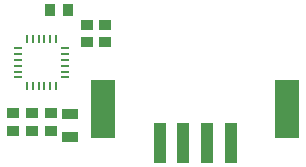
<source format=gtp>
G04 #@! TF.GenerationSoftware,KiCad,Pcbnew,5.1.9-73d0e3b20d~88~ubuntu18.04.1*
G04 #@! TF.CreationDate,2021-04-05T21:15:54-07:00*
G04 #@! TF.ProjectId,accelgyro_mpu6050_d2r3,61636365-6c67-4797-926f-5f6d70753630,rev?*
G04 #@! TF.SameCoordinates,Original*
G04 #@! TF.FileFunction,Paste,Top*
G04 #@! TF.FilePolarity,Positive*
%FSLAX46Y46*%
G04 Gerber Fmt 4.6, Leading zero omitted, Abs format (unit mm)*
G04 Created by KiCad (PCBNEW 5.1.9-73d0e3b20d~88~ubuntu18.04.1) date 2021-04-05 21:15:54*
%MOMM*%
%LPD*%
G01*
G04 APERTURE LIST*
%ADD10R,1.000760X0.899160*%
%ADD11R,0.899160X1.000760*%
%ADD12O,0.800100X0.248920*%
%ADD13O,0.248920X0.800100*%
%ADD14R,1.397000X0.889000*%
%ADD15R,1.120000X3.390000*%
%ADD16R,2.000000X5.000000*%
G04 APERTURE END LIST*
D10*
X140600000Y-105751840D03*
X140600000Y-104248160D03*
D11*
X145251840Y-95500000D03*
X143748160Y-95500000D03*
D10*
X142200000Y-105751840D03*
X142200000Y-104248160D03*
X143800000Y-105751840D03*
X143800000Y-104248160D03*
D12*
X141001020Y-98750320D03*
X141001020Y-99250700D03*
X141001020Y-99751080D03*
X141001020Y-100248920D03*
X141001020Y-100749300D03*
X141001020Y-101249680D03*
D13*
X141750320Y-101998980D03*
X142250700Y-101998980D03*
X142751080Y-101998980D03*
X143248920Y-101998980D03*
X143749300Y-101998980D03*
X144249680Y-101998980D03*
D12*
X144998980Y-101249680D03*
X144998980Y-100749300D03*
X144998980Y-100248920D03*
X144998980Y-99751080D03*
X144998980Y-99250700D03*
X144998980Y-98750320D03*
D13*
X144249680Y-98001020D03*
X143749300Y-98001020D03*
X143248920Y-98001020D03*
X142751080Y-98001020D03*
X142250700Y-98001020D03*
X141750320Y-98001020D03*
D14*
X145400000Y-104347500D03*
X145400000Y-106252500D03*
D10*
X146812000Y-96784160D03*
X146812000Y-98287840D03*
X148336000Y-98287840D03*
X148336000Y-96784160D03*
D15*
X155000000Y-106800000D03*
X157000000Y-106800000D03*
X159000000Y-106800000D03*
X153000000Y-106800000D03*
D16*
X163800000Y-103900000D03*
X148200000Y-103900000D03*
M02*

</source>
